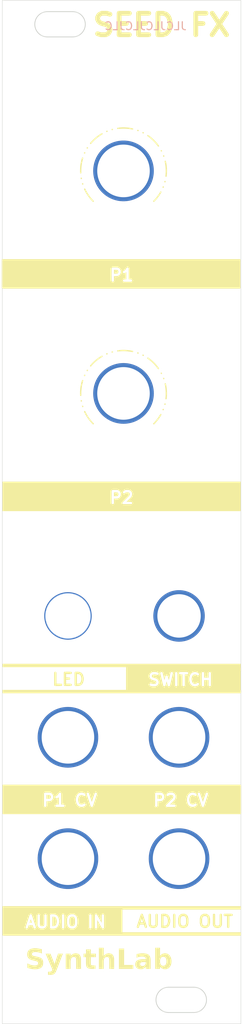
<source format=kicad_pcb>
(kicad_pcb (version 20240108) (generator "pcbnew") (generator_version "8.0")
  (layers (0 "F.Cu" signal) (31 "B.Cu" signal) (34 "B.Paste" user) (35 "F.Paste" user) (36 "B.SilkS" user "B.Silkscreen") (37 "F.SilkS" user "F.Silkscreen") (38 "B.Mask" user) (39 "F.Mask" user) (44 "Edge.Cuts" user))
  (net 0 "")
  (footprint "PCM_4ms_Faceplate:Faceplate_Hole_SubMini_Toggle_HoleSize5.5mm" (layer "F.Cu") (at 134.225 102.69)
    (property "Reference" "REF**" (hide yes))
    (property "Value" "Faceplate_Hole_SubMini_Toggle_HoleSize5.5mm" (hide yes))
    (pad "1" thru_hole circle (at 0 0) (size 6.469 6.469) (drill 5.453) (layers "*.Cu" "*.Mask"))
  )
  (footprint "PCM_4ms_Faceplate:Faceplate_Hole_LED_Button_5.4mm_With_Mask_Opening" (layer "F.Cu") (at 120.256981 102.69)
    (property "Reference" "REF**" (hide yes))
    (property "Value" "Faceplate_Hole_LED_Button_5.4mm_With_Mask_Opening" (hide yes))
    (pad "1" thru_hole circle (at 0 0) (size 5.969 5.969) (drill 5.6642) (layers "*.Cu" "*.Mask"))
  )
  (footprint "" (layer "F.Cu") (at 134.225 117.93)
    (property "Reference" "" (at 0 0 0) (layer "F.SilkS") (effects (font (size 1.27 1.27))))
    (property "Value" "")
    (pad "1" thru_hole circle (at 0 0) (size 7.62 7.62) (drill 6.604) (layers "*.Cu" "*.Mask"))
  )
  (footprint "" (layer "F.Cu") (at 120.255 133.17)
    (property "Reference" "" (at 0 0 0) (layer "F.SilkS") (effects (font (size 1.27 1.27))))
    (property "Value" "")
    (pad "1" thru_hole circle (at 0 0) (size 7.62 7.62) (drill 6.604) (layers "*.Cu" "*.Mask"))
  )
  (footprint "" (layer "F.Cu") (at 120.251981 117.93)
    (property "Reference" "" (at 0 0 0) (layer "F.SilkS") (effects (font (size 1.27 1.27))))
    (property "Value" "")
    (pad "1" thru_hole circle (at 0 0) (size 7.62 7.62) (drill 6.604) (layers "*.Cu" "*.Mask"))
  )
  (footprint "" (layer "F.Cu") (at 134.225 133.17)
    (property "Reference" "" (at 0 0 0) (layer "F.SilkS") (effects (font (size 1.27 1.27))))
    (property "Value" "")
    (pad "1" thru_hole circle (at 0 0) (size 7.62 7.62) (drill 6.604) (layers "*.Cu" "*.Mask"))
  )
  (footprint "PCM_4ms_Faceplate:Faceplate_Rail_Mount_Slot" (layer "F.Cu") (at 119.26 28.4)
    (property "Reference" "REF**" (hide yes))
    (property "Value" "Rail_mount_slot" (hide yes))
    (fp_line (start -1.5875 -1.5875) (end 1.5875 -1.5875) (stroke (width 0.1)) (layer "Edge.Cuts"))
    (fp_line (start -1.5875 1.5875) (end 1.5875 1.5875) (stroke (width 0.1)) (layer "Edge.Cuts"))
    (fp_arc (start -1.5875 1.5875) (mid -3.175 0) (end -1.5875 -1.5875) (stroke (width 0.1)) (layer "Edge.Cuts"))
    (fp_arc (start 1.5875 -1.5875) (mid 3.175 0) (end 1.5875 1.5875) (stroke (width 0.1)) (layer "Edge.Cuts"))
  )
  (footprint "PCM_4ms_Faceplate:Faceplate_Rail_Mount_Slot" (layer "F.Cu") (at 134.5 150.9)
    (property "Reference" "REF**" (hide yes))
    (property "Value" "Rail_mount_slot" (hide yes))
    (fp_line (start -1.5875 -1.5875) (end 1.5875 -1.5875) (stroke (width 0.1)) (layer "Edge.Cuts"))
    (fp_line (start -1.5875 1.5875) (end 1.5875 1.5875) (stroke (width 0.1)) (layer "Edge.Cuts"))
    (fp_arc (start -1.5875 1.5875) (mid -3.175 0) (end -1.5875 -1.5875) (stroke (width 0.1)) (layer "Edge.Cuts"))
    (fp_arc (start 1.5875 -1.5875) (mid 3.175 0) (end 1.5875 1.5875) (stroke (width 0.1)) (layer "Edge.Cuts"))
  )
  (footprint "PCM_4ms_Faceplate:Faceplate_Hole_Jack_3.5mm" (layer "F.Cu") (at 127.24 46.81)
    (property "Reference" "REF**" (hide yes))
    (property "Value" "GND" (hide yes))
    (pad "1" thru_hole circle (at 0 0) (size 7.62 7.62) (drill 6.604) (layers "*.Cu" "*.Mask"))
  )
  (footprint "" (layer "F.Cu") (at 127.24 74.75)
    (property "Reference" "" (at 0 0 0) (layer "F.SilkS") (effects (font (size 1.27 1.27))))
    (property "Value" "")
    (pad "1" thru_hole circle (at 0 0) (size 7.62 7.62) (drill 6.604) (layers "*.Cu" "*.Mask"))
  )
  (gr_rect (start 112.0508 86.18) (end 125.555227 89.1772) (stroke (width 0.15)) (fill solid) (layer "F.SilkS"))
  (gr_rect (start 138.049 124.153) (end 141.973655 127.22971) (stroke (width 0.15)) (fill solid) (layer "F.SilkS"))
  (gr_rect (start 112 58.2908) (end 125.5382 61.288) (stroke (width 0.15)) (fill solid) (layer "F.SilkS"))
  (gr_rect (start 112 61.2372) (end 141.8704 61.5166) (stroke (width 0.15)) (fill solid) (layer "F.SilkS"))
  (gr_rect (start 123.811 88.72) (end 129.526 89.1772) (stroke (width 0.15)) (fill solid) (layer "F.SilkS"))
  (gr_rect (start 112 57.9606) (end 141.8704 58.24) (stroke (width 0.15)) (fill solid) (layer "F.SilkS"))
  (gr_rect (start 112.094629 139.207421) (end 141.965029 139.486821) (stroke (width 0.15)) (fill solid) (layer "F.SilkS"))
  (gr_rect (start 125.2842 58.2908) (end 128.5862 58.7988) (stroke (width 0.15)) (fill solid) (layer "F.SilkS"))
  (gr_rect (start 127.635 109.167) (end 141.959758 109.607391) (stroke (width 0.15)) (fill solid) (layer "F.SilkS"))
  (gr_rect (start 112.103255 124.09281) (end 117.094 127.201) (stroke (width 0.15)) (fill solid) (layer "F.SilkS"))
  (gr_rect (start 123.811 86.18) (end 129.526 86.688) (stroke (width 0.15)) (fill solid) (layer "F.SilkS"))
  (gr_arc (start 123.43 50.62) (mid 127.24 41.421846) (end 131.05 50.62) (stroke (width 0.1705) (type dash_dot_dot)) (layer "F.SilkS"))
  (gr_rect (start 128.538745 86.0403) (end 141.9212 89.355) (stroke (width 0.15)) (fill solid) (layer "F.SilkS"))
  (gr_rect (start 114.914489 142.06) (end 124.989335 142.441) (stroke (width 0.15)) (fill solid) (layer "F.SilkS"))
  (gr_rect (start 117.094 126.82) (end 124.079 127.201) (stroke (width 0.15)) (fill solid) (layer "F.SilkS"))
  (gr_rect (start 124.079 124.153) (end 131.064 127.328) (stroke (width 0.15)) (fill solid) (layer "F.SilkS"))
  (gr_rect (start 127.635 111.732457) (end 141.906455 112.272187) (stroke (width 0.15)) (fill solid) (layer "F.SilkS"))
  (gr_rect (start 131.064 124.153) (end 138.049 124.788) (stroke (width 0.15)) (fill solid) (layer "F.SilkS"))
  (gr_rect (start 112.103255 127.22971) (end 141.973655 127.50911) (stroke (width 0.15)) (fill solid) (layer "F.SilkS"))
  (gr_rect (start 112.1016 112.0494) (end 141.972 112.3288) (stroke (width 0.15)) (fill solid) (layer "F.SilkS"))
  (gr_rect (start 112.0508 89.1772) (end 141.9212 89.4566) (stroke (width 0.15)) (fill solid) (layer "F.SilkS"))
  (gr_rect (start 128.4846 58.1511) (end 141.8704 61.4658) (stroke (width 0.15)) (fill solid) (layer "F.SilkS"))
  (gr_arc (start 123.43 78.56) (mid 127.24 69.361846) (end 131.05 78.56) (stroke (width 0.1705) (type dash_dot_dot)) (layer "F.SilkS"))
  (gr_rect (start 112.094629 139.486821) (end 114.839279 142.441) (stroke (width 0.15)) (fill solid) (layer "F.SilkS"))
  (gr_rect (start 117.094 124.09281) (end 123.952 124.788) (stroke (width 0.15)) (fill solid) (layer "F.SilkS"))
  (gr_rect (start 112.094629 142.484021) (end 141.965029 142.763421) (stroke (width 0.15)) (fill solid) (layer "F.SilkS"))
  (gr_rect (start 125.5382 60.935278) (end 128.5862 61.288) (stroke (width 0.15)) (fill solid) (layer "F.SilkS"))
  (gr_rect (start 112.0508 85.9006) (end 141.9212 86.18) (stroke (width 0.15)) (fill solid) (layer "F.SilkS"))
  (gr_rect (start 138.449458 109.607836) (end 141.915328 111.826227) (stroke (width 0.15)) (fill solid) (layer "F.SilkS"))
  (gr_rect (start 131.064 126.84871) (end 138.049 127.328) (stroke (width 0.15)) (fill solid) (layer "F.SilkS"))
  (gr_rect (start 127.635 109.675) (end 130.349455 111.893391) (stroke (width 0.15)) (fill solid) (layer "F.SilkS"))
  (gr_rect (start 112.103255 123.95311) (end 141.973655 124.23251) (stroke (width 0.15)) (fill solid) (layer "F.SilkS"))
  (gr_rect (start 114.955297 139.486821) (end 124.891905 140.028) (stroke (width 0.15)) (fill solid) (layer "F.SilkS"))
  (gr_rect (start 125.029019 139.486821) (end 127.029829 142.484021) (stroke (width 0.15)) (fill solid) (layer "F.SilkS"))
  (gr_rect (start 112.1016 108.7728) (end 141.948421 109.0522) (stroke (width 0.15)) (fill solid) (layer "F.SilkS"))
  (gr_rect (start 112 25.4) (end 142 153.9) (stroke (width 0.05)) (fill none) (layer "Edge.Cuts"))
  (gr_text "JLCJLCJLCJLC" (at 135.255 29.21 0) (layer "B.SilkS") (effects (font (size 1 1)) (justify left bottom mirror)))
  (gr_text "P2 CV" (at 130.81 126.720918 0) (layer "F.SilkS" knockout) (effects (font (size 1.5 1.5) (thickness 0.3) (bold yes)) (justify left bottom)))
  (gr_text "SynthLab" (at 114.880867 147.438617 0) (layer "F.SilkS") (effects (font (size 2.5 2.5) (thickness 0.3) (bold yes)) (justify left bottom)))
  (gr_text "P1 CV" (at 116.84 126.72171 0) (layer "F.SilkS" knockout) (effects (font (size 1.5 1.5) (thickness 0.3) (bold yes)) (justify left bottom)))
  (gr_text "AUDIO IN" (at 114.733999 141.99977 0) (layer "F.SilkS" knockout) (effects (font (size 1.5 1.5) (thickness 0.3) (bold yes)) (justify left bottom)))
  (gr_text "LED" (at 118.11 111.5414 0) (layer "F.SilkS") (effects (font (size 1.5 1.5) (thickness 0.3) (bold yes)) (justify left bottom)))
  (gr_text "P1" (at 125.335 60.78 0) (layer "F.SilkS" knockout) (effects (font (size 1.5 1.5) (thickness 0.3) (bold yes)) (justify left bottom)))
  (gr_text "SEED FX" (at 140.97 30.075 0) (layer "F.SilkS") (effects (font (size 2.7 2.7) (thickness 0.6) (bold yes)) (justify right bottom)))
  (gr_text "P2" (at 125.335 88.72 0) (layer "F.SilkS" knockout) (effects (font (size 1.5 1.5) (thickness 0.3) (bold yes)) (justify left bottom)))
  (gr_text "SWITCH" (at 130.175 111.58 0) (layer "F.SilkS" knockout) (effects (font (size 1.5 1.5) (thickness 0.3) (bold yes)) (justify left bottom)))
  (gr_text "AUDIO OUT" (at 128.707909 141.931501 0) (layer "F.SilkS") (effects (font (size 1.5 1.5) (thickness 0.3) (bold yes)) (justify left bottom)))
)
</source>
